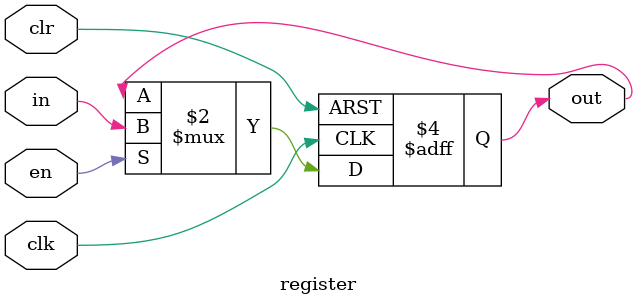
<source format=v>
`timescale 1ns / 1ps
module register(
    input in,
    input clk,
    input en,
    input clr,
    output reg out
    );
 always @(posedge clk ,posedge clr) begin 
		if(clr) begin
			out <= 0;
		end
		else if (en) begin
			out <= in ;
		end
	 end

endmodule

</source>
